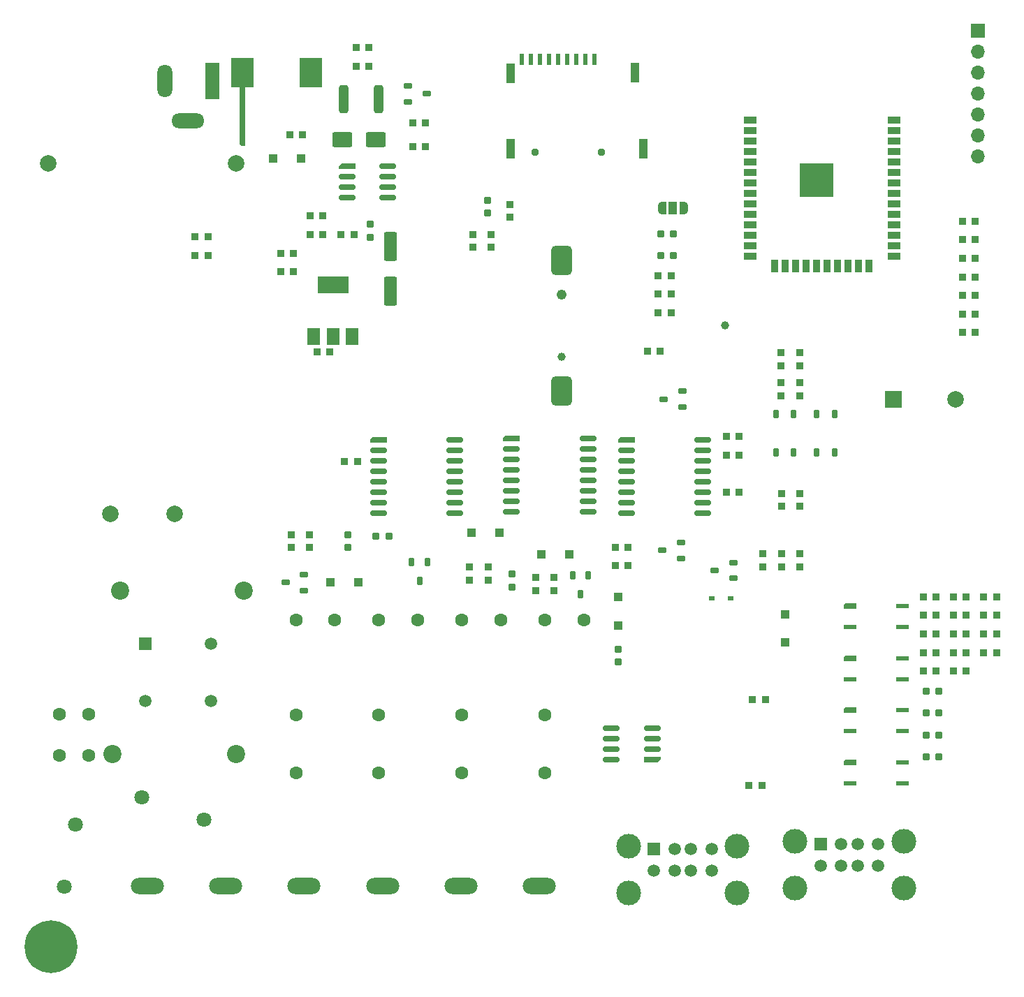
<source format=gbr>
%TF.GenerationSoftware,KiCad,Pcbnew,9.0.2*%
%TF.CreationDate,2025-09-14T14:50:59+07:00*%
%TF.ProjectId,train1,74726169-6e31-42e6-9b69-6361645f7063,rev?*%
%TF.SameCoordinates,Original*%
%TF.FileFunction,Soldermask,Top*%
%TF.FilePolarity,Negative*%
%FSLAX46Y46*%
G04 Gerber Fmt 4.6, Leading zero omitted, Abs format (unit mm)*
G04 Created by KiCad (PCBNEW 9.0.2) date 2025-09-14 14:50:59*
%MOMM*%
%LPD*%
G01*
G04 APERTURE LIST*
G04 Aperture macros list*
%AMRoundRect*
0 Rectangle with rounded corners*
0 $1 Rounding radius*
0 $2 $3 $4 $5 $6 $7 $8 $9 X,Y pos of 4 corners*
0 Add a 4 corners polygon primitive as box body*
4,1,4,$2,$3,$4,$5,$6,$7,$8,$9,$2,$3,0*
0 Add four circle primitives for the rounded corners*
1,1,$1+$1,$2,$3*
1,1,$1+$1,$4,$5*
1,1,$1+$1,$6,$7*
1,1,$1+$1,$8,$9*
0 Add four rect primitives between the rounded corners*
20,1,$1+$1,$2,$3,$4,$5,0*
20,1,$1+$1,$4,$5,$6,$7,0*
20,1,$1+$1,$6,$7,$8,$9,0*
20,1,$1+$1,$8,$9,$2,$3,0*%
%AMOutline4P*
0 Free polygon, 4 corners , with rotation*
0 The origin of the aperture is its center*
0 number of corners: always 4*
0 $1 to $8 corner X, Y*
0 $9 Rotation angle, in degrees counterclockwise*
0 create outline with 4 corners*
4,1,4,$1,$2,$3,$4,$5,$6,$7,$8,$1,$2,$9*%
%AMOutline5P*
0 Free polygon, 5 corners , with rotation*
0 The origin of the aperture is its center*
0 number of corners: always 5*
0 $1 to $10 corner X, Y*
0 $11 Rotation angle, in degrees counterclockwise*
0 create outline with 5 corners*
4,1,5,$1,$2,$3,$4,$5,$6,$7,$8,$9,$10,$1,$2,$11*%
%AMOutline6P*
0 Free polygon, 6 corners , with rotation*
0 The origin of the aperture is its center*
0 number of corners: always 6*
0 $1 to $12 corner X, Y*
0 $13 Rotation angle, in degrees counterclockwise*
0 create outline with 6 corners*
4,1,6,$1,$2,$3,$4,$5,$6,$7,$8,$9,$10,$11,$12,$1,$2,$13*%
%AMOutline7P*
0 Free polygon, 7 corners , with rotation*
0 The origin of the aperture is its center*
0 number of corners: always 7*
0 $1 to $14 corner X, Y*
0 $15 Rotation angle, in degrees counterclockwise*
0 create outline with 7 corners*
4,1,7,$1,$2,$3,$4,$5,$6,$7,$8,$9,$10,$11,$12,$13,$14,$1,$2,$15*%
%AMOutline8P*
0 Free polygon, 8 corners , with rotation*
0 The origin of the aperture is its center*
0 number of corners: always 8*
0 $1 to $16 corner X, Y*
0 $17 Rotation angle, in degrees counterclockwise*
0 create outline with 8 corners*
4,1,8,$1,$2,$3,$4,$5,$6,$7,$8,$9,$10,$11,$12,$13,$14,$15,$16,$1,$2,$17*%
%AMFreePoly0*
4,1,23,0.550000,-0.750000,0.000000,-0.750000,0.000000,-0.745722,-0.065263,-0.745722,-0.191342,-0.711940,-0.304381,-0.646677,-0.396677,-0.554381,-0.461940,-0.441342,-0.495722,-0.315263,-0.495722,-0.250000,-0.500000,-0.250000,-0.500000,0.250000,-0.495722,0.250000,-0.495722,0.315263,-0.461940,0.441342,-0.396677,0.554381,-0.304381,0.646677,-0.191342,0.711940,-0.065263,0.745722,0.000000,0.745722,
0.000000,0.750000,0.550000,0.750000,0.550000,-0.750000,0.550000,-0.750000,$1*%
%AMFreePoly1*
4,1,23,0.000000,0.745722,0.065263,0.745722,0.191342,0.711940,0.304381,0.646677,0.396677,0.554381,0.461940,0.441342,0.495722,0.315263,0.495722,0.250000,0.500000,0.250000,0.500000,-0.250000,0.495722,-0.250000,0.495722,-0.315263,0.461940,-0.441342,0.396677,-0.554381,0.304381,-0.646677,0.191342,-0.711940,0.065263,-0.745722,0.000000,-0.745722,0.000000,-0.750000,-0.550000,-0.750000,
-0.550000,0.750000,0.000000,0.750000,0.000000,0.745722,0.000000,0.745722,$1*%
G04 Aperture macros list end*
%ADD10R,2.000000X2.000000*%
%ADD11C,2.000000*%
%ADD12O,1.700000X1.700000*%
%ADD13R,1.700000X1.700000*%
%ADD14R,2.700000X3.600000*%
%ADD15RoundRect,0.275000X0.275000X0.275000X-0.275000X0.275000X-0.275000X-0.275000X0.275000X-0.275000X0*%
%ADD16RoundRect,0.180000X1.020000X0.720000X-1.020000X0.720000X-1.020000X-0.720000X1.020000X-0.720000X0*%
%ADD17RoundRect,0.085000X0.340000X0.365000X-0.340000X0.365000X-0.340000X-0.365000X0.340000X-0.365000X0*%
%ADD18RoundRect,0.085000X-0.340000X-0.365000X0.340000X-0.365000X0.340000X0.365000X-0.340000X0.365000X0*%
%ADD19RoundRect,0.250000X0.312500X1.450000X-0.312500X1.450000X-0.312500X-1.450000X0.312500X-1.450000X0*%
%ADD20RoundRect,0.127500X0.322500X-0.297500X0.322500X0.297500X-0.322500X0.297500X-0.322500X-0.297500X0*%
%ADD21RoundRect,0.150000X-0.825000X-0.150000X0.825000X-0.150000X0.825000X0.150000X-0.825000X0.150000X0*%
%ADD22Outline5P,-0.975000X0.000000X-0.675000X0.300000X0.975000X0.300000X0.975000X-0.300000X-0.975000X-0.300000X0.000000*%
%ADD23RoundRect,0.127500X-0.297500X-0.322500X0.297500X-0.322500X0.297500X0.322500X-0.297500X0.322500X0*%
%ADD24Outline5P,-0.750000X0.120000X-0.570000X0.300000X0.750000X0.300000X0.750000X-0.300000X-0.750000X-0.300000X0.000000*%
%ADD25R,1.500000X0.600000*%
%ADD26RoundRect,0.085000X0.365000X-0.340000X0.365000X0.340000X-0.365000X0.340000X-0.365000X-0.340000X0*%
%ADD27C,1.607998*%
%ADD28C,1.600000*%
%ADD29R,1.500000X1.500000*%
%ADD30C,1.500000*%
%ADD31C,3.000000*%
%ADD32RoundRect,0.085000X-0.365000X0.340000X-0.365000X-0.340000X0.365000X-0.340000X0.365000X0.340000X0*%
%ADD33Outline4P,-0.750000X-0.750000X0.750000X-0.750000X0.750000X0.750000X-0.750000X0.750000X0.000000*%
%ADD34RoundRect,0.090000X-0.410000X-0.210000X0.410000X-0.210000X0.410000X0.210000X-0.410000X0.210000X0*%
%ADD35Outline5P,-1.025000X0.000000X-0.725000X0.300000X1.025000X0.300000X1.025000X-0.300000X-1.025000X-0.300000X0.000000*%
%ADD36RoundRect,0.150000X-0.875000X-0.150000X0.875000X-0.150000X0.875000X0.150000X-0.875000X0.150000X0*%
%ADD37C,2.200000*%
%ADD38RoundRect,0.275000X0.275000X-0.275000X0.275000X0.275000X-0.275000X0.275000X-0.275000X-0.275000X0*%
%ADD39RoundRect,0.162500X-0.162500X0.362500X-0.162500X-0.362500X0.162500X-0.362500X0.162500X0.362500X0*%
%ADD40RoundRect,0.090000X-0.210000X0.410000X-0.210000X-0.410000X0.210000X-0.410000X0.210000X0.410000X0*%
%ADD41C,1.800000*%
%ADD42C,1.000000*%
%ADD43C,1.244600*%
%ADD44RoundRect,0.647700X0.647700X-1.155700X0.647700X1.155700X-0.647700X1.155700X-0.647700X-1.155700X0*%
%ADD45R,1.500000X0.900000*%
%ADD46R,0.900000X1.500000*%
%ADD47C,0.600000*%
%ADD48R,4.100000X4.100000*%
%ADD49R,0.800000X0.600000*%
%ADD50FreePoly0,0.000000*%
%ADD51R,1.000000X1.500000*%
%ADD52FreePoly1,0.000000*%
%ADD53RoundRect,0.090000X0.410000X0.210000X-0.410000X0.210000X-0.410000X-0.210000X0.410000X-0.210000X0*%
%ADD54C,0.950000*%
%ADD55R,0.620000X1.400000*%
%ADD56R,1.100000X2.400000*%
%ADD57R,1.800000X4.400000*%
%ADD58O,1.800000X4.000000*%
%ADD59O,4.000000X1.800000*%
%ADD60RoundRect,0.250000X0.550000X-1.500000X0.550000X1.500000X-0.550000X1.500000X-0.550000X-1.500000X0*%
%ADD61R,1.500000X2.000000*%
%ADD62R,3.800000X2.000000*%
%ADD63Outline5P,-0.975000X0.000000X-0.675000X0.300000X0.975000X0.300000X0.975000X-0.300000X-0.975000X-0.300000X180.000000*%
%ADD64RoundRect,0.150000X0.825000X0.150000X-0.825000X0.150000X-0.825000X-0.150000X0.825000X-0.150000X0*%
%ADD65O,4.000000X2.000000*%
%ADD66C,0.800000*%
%ADD67C,6.400000*%
%ADD68RoundRect,0.127500X0.297500X0.322500X-0.297500X0.322500X-0.297500X-0.322500X0.297500X-0.322500X0*%
G04 APERTURE END LIST*
D10*
%TO.C,BZ1*%
X249100000Y-74600000D03*
D11*
X256700000Y-74600000D03*
%TD*%
D12*
%TO.C,J5*%
X259400000Y-45140000D03*
X259400000Y-42600000D03*
X259400000Y-40060000D03*
X259400000Y-37520000D03*
X259400000Y-34980000D03*
X259400000Y-32440000D03*
D13*
X259400000Y-29900000D03*
%TD*%
D14*
%TO.C,L1*%
X170250000Y-35000000D03*
X178550000Y-35000000D03*
%TD*%
D15*
%TO.C,Z2*%
X177325000Y-45400000D03*
X173925000Y-45400000D03*
%TD*%
D16*
%TO.C,D2*%
X186400000Y-43100000D03*
X182350000Y-43100000D03*
%TD*%
D17*
%TO.C,C10*%
X175950000Y-42480000D03*
X177500000Y-42480000D03*
%TD*%
D18*
%TO.C,C14*%
X176435000Y-56900000D03*
X174885000Y-56900000D03*
%TD*%
D19*
%TO.C,F2*%
X182467500Y-38160000D03*
X186742500Y-38160000D03*
%TD*%
D18*
%TO.C,C17*%
X179975000Y-54600000D03*
X178425000Y-54600000D03*
%TD*%
%TO.C,R6*%
X183735000Y-54650000D03*
X182185000Y-54650000D03*
%TD*%
D20*
%TO.C,LE4*%
X185700000Y-54925000D03*
X185700000Y-53375000D03*
%TD*%
D18*
%TO.C,C16*%
X179975000Y-52350000D03*
X178425000Y-52350000D03*
%TD*%
%TO.C,C15*%
X176435000Y-59150000D03*
X174885000Y-59150000D03*
%TD*%
D17*
%TO.C,C8*%
X184025000Y-34200000D03*
X185575000Y-34200000D03*
%TD*%
D21*
%TO.C,U1*%
X187850000Y-46320000D03*
X187850000Y-47590000D03*
X187850000Y-48860000D03*
X187850000Y-50130000D03*
X182900000Y-50130000D03*
X182900000Y-48860000D03*
X182900000Y-47590000D03*
D22*
X182900000Y-46320000D03*
%TD*%
D18*
%TO.C,R17*%
X257975000Y-100805000D03*
X256425000Y-100805000D03*
%TD*%
%TO.C,C25*%
X254325000Y-103055000D03*
X252775000Y-103055000D03*
%TD*%
D23*
%TO.C,LE12*%
X253075000Y-117955000D03*
X254625000Y-117955000D03*
%TD*%
D24*
%TO.C,U9*%
X243850000Y-118635000D03*
D25*
X243850000Y-121175000D03*
X250200000Y-121175000D03*
X250200000Y-118635000D03*
%TD*%
D23*
%TO.C,LE2*%
X253075000Y-110005000D03*
X254625000Y-110005000D03*
%TD*%
D18*
%TO.C,C13*%
X254325000Y-100805000D03*
X252775000Y-100805000D03*
%TD*%
D23*
%TO.C,LE9*%
X253075000Y-115305000D03*
X254625000Y-115305000D03*
%TD*%
D25*
%TO.C,U8*%
X250200000Y-112310000D03*
X250200000Y-114850000D03*
X243850000Y-114850000D03*
D24*
X243850000Y-112310000D03*
%TD*%
D18*
%TO.C,R4*%
X254325000Y-107555000D03*
X252775000Y-107555000D03*
%TD*%
%TO.C,R3*%
X254325000Y-105305000D03*
X252775000Y-105305000D03*
%TD*%
D25*
%TO.C,U5*%
X250200000Y-99660000D03*
X250200000Y-102200000D03*
X243850000Y-102200000D03*
D24*
X243850000Y-99660000D03*
%TD*%
D18*
%TO.C,R20*%
X257975000Y-107555000D03*
X256425000Y-107555000D03*
%TD*%
%TO.C,R19*%
X257975000Y-105305000D03*
X256425000Y-105305000D03*
%TD*%
D25*
%TO.C,U6*%
X250200000Y-105985000D03*
X250200000Y-108525000D03*
X243850000Y-108525000D03*
D24*
X243850000Y-105985000D03*
%TD*%
D18*
%TO.C,R18*%
X257975000Y-103055000D03*
X256425000Y-103055000D03*
%TD*%
D23*
%TO.C,LE3*%
X253075000Y-112655000D03*
X254625000Y-112655000D03*
%TD*%
D26*
%TO.C,R1*%
X202650000Y-52525000D03*
X202650000Y-50975000D03*
%TD*%
%TO.C,R9*%
X197737500Y-96512499D03*
X197737500Y-94962499D03*
%TD*%
D18*
%TO.C,R36*%
X219325000Y-68800000D03*
X220875000Y-68800000D03*
%TD*%
D23*
%TO.C,LE14*%
X222490000Y-57150000D03*
X220940000Y-57150000D03*
%TD*%
D27*
%TO.C,RL3*%
X186766665Y-101400000D03*
X186766665Y-112900000D03*
X186766665Y-119899998D03*
X191466666Y-101400000D03*
%TD*%
D18*
%TO.C,C12*%
X252775000Y-98555000D03*
X254325000Y-98555000D03*
%TD*%
D28*
%TO.C,C2*%
X148050000Y-117800000D03*
X148050000Y-112800000D03*
%TD*%
D11*
%TO.C,PS1*%
X154200000Y-88450000D03*
X162000000Y-88450000D03*
X146700000Y-45950000D03*
X169500000Y-45950000D03*
%TD*%
D18*
%TO.C,R38*%
X164500000Y-57150000D03*
X166050000Y-57150000D03*
%TD*%
D20*
%TO.C,LE8*%
X202900000Y-95812500D03*
X202900000Y-97362500D03*
%TD*%
D18*
%TO.C,R32*%
X257510000Y-64250000D03*
X259060000Y-64250000D03*
%TD*%
%TO.C,R23*%
X231625000Y-121400000D03*
X233175000Y-121400000D03*
%TD*%
D29*
%TO.C,J2*%
X220100000Y-129120000D03*
D30*
X222600000Y-129120000D03*
X224600000Y-129120000D03*
X227100000Y-129120000D03*
X220100000Y-131740000D03*
X222600000Y-131740000D03*
X224600000Y-131740000D03*
X227100000Y-131740000D03*
D31*
X217030000Y-128770000D03*
X217030000Y-134450000D03*
X230170000Y-128770000D03*
X230170000Y-134450000D03*
%TD*%
D15*
%TO.C,D7*%
X180907500Y-96764999D03*
X184307500Y-96764999D03*
%TD*%
D32*
%TO.C,R14*%
X176119999Y-91040000D03*
X176119999Y-92590000D03*
%TD*%
D26*
%TO.C,C6*%
X198150000Y-56175000D03*
X198150000Y-54625000D03*
%TD*%
D17*
%TO.C,C11*%
X192390000Y-41100000D03*
X190840000Y-41100000D03*
%TD*%
D26*
%TO.C,R22*%
X237800000Y-87600000D03*
X237800000Y-86050000D03*
%TD*%
D33*
%TO.C,FL1*%
X158450000Y-104200000D03*
D30*
X158450000Y-111200000D03*
X166450000Y-104200000D03*
X166450000Y-111200000D03*
%TD*%
D18*
%TO.C,R11*%
X215415000Y-92530000D03*
X216965000Y-92530000D03*
%TD*%
D32*
%TO.C,C28*%
X235500000Y-68950000D03*
X235500000Y-70500000D03*
%TD*%
D34*
%TO.C,Q6*%
X190277500Y-36600000D03*
X190277500Y-38500000D03*
X192552500Y-37550000D03*
%TD*%
D35*
%TO.C,IC2*%
X202800000Y-79310000D03*
D36*
X202800000Y-80580000D03*
X202800000Y-81850000D03*
X202800000Y-83120000D03*
X202800000Y-84390000D03*
X202800000Y-85660000D03*
X202800000Y-86930000D03*
X202800000Y-88200000D03*
X212100000Y-88200000D03*
X212100000Y-86930000D03*
X212100000Y-85660000D03*
X212100000Y-84390000D03*
X212100000Y-83120000D03*
X212100000Y-81850000D03*
X212100000Y-80580000D03*
X212100000Y-79310000D03*
%TD*%
D26*
%TO.C,C7*%
X200400000Y-56175000D03*
X200400000Y-54625000D03*
%TD*%
D27*
%TO.C,RL1*%
X196833331Y-101400000D03*
X196833331Y-112900000D03*
X196833331Y-119899998D03*
X201533332Y-101400000D03*
%TD*%
D37*
%TO.C,C1*%
X154490000Y-117590000D03*
X169490000Y-117590000D03*
%TD*%
D18*
%TO.C,C26*%
X257510000Y-53000000D03*
X259060000Y-53000000D03*
%TD*%
D38*
%TO.C,D6*%
X215800000Y-98600000D03*
X215800000Y-102000000D03*
%TD*%
D26*
%TO.C,C22*%
X233300000Y-94900000D03*
X233300000Y-93350000D03*
%TD*%
D39*
%TO.C,SW2*%
X237050000Y-76350000D03*
X237050000Y-81000000D03*
X234900000Y-76350000D03*
X234900000Y-81000000D03*
%TD*%
D40*
%TO.C,Q5*%
X212150000Y-95950000D03*
X210250000Y-95950000D03*
X211200000Y-98225000D03*
%TD*%
D18*
%TO.C,C31*%
X257510000Y-57500000D03*
X259060000Y-57500000D03*
%TD*%
D17*
%TO.C,R2*%
X185575000Y-31950000D03*
X184025000Y-31950000D03*
%TD*%
D18*
%TO.C,R7*%
X232050000Y-111000000D03*
X233600000Y-111000000D03*
%TD*%
D37*
%TO.C,C3*%
X155390000Y-97810000D03*
X170390000Y-97810000D03*
%TD*%
D18*
%TO.C,C29*%
X257510000Y-55250000D03*
X259060000Y-55250000D03*
%TD*%
D32*
%TO.C,R35*%
X235500000Y-72600000D03*
X235500000Y-74150000D03*
%TD*%
D26*
%TO.C,R10*%
X199987500Y-96512499D03*
X199987500Y-94962499D03*
%TD*%
D27*
%TO.C,RL4*%
X176699999Y-101400000D03*
X176699999Y-112900000D03*
X176699999Y-119899998D03*
X181400000Y-101400000D03*
%TD*%
D18*
%TO.C,R29*%
X260075000Y-105305000D03*
X261625000Y-105305000D03*
%TD*%
D41*
%TO.C,RV1*%
X158050000Y-122850000D03*
X165550000Y-125550000D03*
%TD*%
D42*
%TO.C,BT1*%
X208899998Y-69421500D03*
D43*
X208899998Y-61928500D03*
D44*
X208899998Y-57775600D03*
X208899998Y-73574400D03*
%TD*%
D18*
%TO.C,R37*%
X164500000Y-54900000D03*
X166050000Y-54900000D03*
%TD*%
D45*
%TO.C,U10*%
X231750000Y-40715000D03*
X231750000Y-41985000D03*
X231750000Y-43255000D03*
X231750000Y-44525000D03*
X231750000Y-45795000D03*
X231750000Y-47065000D03*
X231750000Y-48335000D03*
X231750000Y-49605000D03*
X231750000Y-50875000D03*
X231750000Y-52145000D03*
X231750000Y-53415000D03*
X231750000Y-54685000D03*
X231750000Y-55955000D03*
X231750000Y-57225000D03*
D46*
X234780000Y-58475000D03*
X236050000Y-58475000D03*
X237320000Y-58475000D03*
X238590000Y-58475000D03*
X239860000Y-58475000D03*
X241130000Y-58475000D03*
X242400000Y-58475000D03*
X243670000Y-58475000D03*
X244940000Y-58475000D03*
X246210000Y-58475000D03*
D45*
X249250000Y-57225000D03*
X249250000Y-55955000D03*
X249250000Y-54685000D03*
X249250000Y-53415000D03*
X249250000Y-52145000D03*
X249250000Y-50875000D03*
X249250000Y-49605000D03*
X249250000Y-48335000D03*
X249250000Y-47065000D03*
X249250000Y-45795000D03*
X249250000Y-44525000D03*
X249250000Y-43255000D03*
X249250000Y-41985000D03*
X249250000Y-40715000D03*
D47*
X238250000Y-46475000D03*
X238250000Y-47475000D03*
X238250000Y-48475000D03*
X238250000Y-49475000D03*
X239250000Y-46475000D03*
X239250000Y-47475000D03*
X239250000Y-48475000D03*
X239250000Y-49475000D03*
D48*
X239820000Y-48055000D03*
D47*
X240250000Y-46475000D03*
X240250000Y-47475000D03*
X240250000Y-48475000D03*
X240250000Y-49475000D03*
X241250000Y-46475000D03*
X241250000Y-47475000D03*
X241250000Y-48475000D03*
X241250000Y-49475000D03*
%TD*%
D15*
%TO.C,D5*%
X197987500Y-90737499D03*
X201387500Y-90737499D03*
%TD*%
D49*
%TO.C,D3*%
X229440400Y-98745000D03*
X227160400Y-98745000D03*
%TD*%
D50*
%TO.C,JP2*%
X221115000Y-51400000D03*
D51*
X222415000Y-51400000D03*
D52*
X223715000Y-51400000D03*
%TD*%
D18*
%TO.C,R33*%
X257510000Y-66500000D03*
X259060000Y-66500000D03*
%TD*%
D26*
%TO.C,R15*%
X205750000Y-97775000D03*
X205750000Y-96225000D03*
%TD*%
D53*
%TO.C,D4*%
X223529000Y-75524558D03*
X223529000Y-73624558D03*
X221254000Y-74574558D03*
%TD*%
D54*
%TO.C,J6*%
X205725000Y-44625000D03*
X213725000Y-44625000D03*
D55*
X212905000Y-33400000D03*
X211805000Y-33400000D03*
X210705000Y-33400000D03*
X209605000Y-33400000D03*
X208505000Y-33400000D03*
X207405000Y-33400000D03*
X206305000Y-33400000D03*
X205205000Y-33400000D03*
X204105000Y-33400000D03*
D56*
X202725000Y-35025000D03*
X202725000Y-44205000D03*
X217825000Y-34950000D03*
X218800000Y-44200000D03*
%TD*%
D38*
%TO.C,Z1*%
X235985000Y-100670000D03*
X235985000Y-104070000D03*
%TD*%
D18*
%TO.C,C33*%
X220640000Y-64100000D03*
X222190000Y-64100000D03*
%TD*%
D26*
%TO.C,C23*%
X235550000Y-94900000D03*
X235550000Y-93350000D03*
%TD*%
D18*
%TO.C,R8*%
X228905000Y-85837893D03*
X230455000Y-85837893D03*
%TD*%
D57*
%TO.C,J1*%
X166600000Y-36000000D03*
D58*
X160800000Y-36000000D03*
D59*
X163600000Y-40800000D03*
%TD*%
D20*
%TO.C,LE6*%
X215815000Y-104930000D03*
X215815000Y-106480000D03*
%TD*%
D27*
%TO.C,RL2*%
X206899999Y-101400000D03*
X206899999Y-112900000D03*
X206899999Y-119899998D03*
X211600000Y-101400000D03*
%TD*%
D20*
%TO.C,LE7*%
X182969999Y-91040000D03*
X182969999Y-92590000D03*
%TD*%
D26*
%TO.C,C24*%
X237800000Y-94900000D03*
X237800000Y-93350000D03*
%TD*%
D60*
%TO.C,C5*%
X188200000Y-61500000D03*
X188200000Y-56100000D03*
%TD*%
D61*
%TO.C,U2*%
X178900000Y-67000000D03*
X181200000Y-67000000D03*
D62*
X181200000Y-60700000D03*
D61*
X183500000Y-67000000D03*
%TD*%
D18*
%TO.C,C19*%
X228905000Y-81337893D03*
X230455000Y-81337893D03*
%TD*%
D32*
%TO.C,R34*%
X237750000Y-72600000D03*
X237750000Y-74150000D03*
%TD*%
D26*
%TO.C,R16*%
X208000000Y-97775000D03*
X208000000Y-96225000D03*
%TD*%
D15*
%TO.C,D8*%
X206470000Y-93440000D03*
X209870000Y-93440000D03*
%TD*%
D18*
%TO.C,C30*%
X220640000Y-59600000D03*
X222190000Y-59600000D03*
%TD*%
D26*
%TO.C,R21*%
X235550000Y-87600000D03*
X235550000Y-86050000D03*
%TD*%
D18*
%TO.C,R30*%
X257510000Y-59750000D03*
X259060000Y-59750000D03*
%TD*%
%TO.C,C18*%
X228905000Y-79087893D03*
X230455000Y-79087893D03*
%TD*%
D41*
%TO.C,F1*%
X148600000Y-133700000D03*
X150000000Y-126200000D03*
%TD*%
D18*
%TO.C,R5*%
X256425000Y-98555000D03*
X257975000Y-98555000D03*
%TD*%
D23*
%TO.C,LE13*%
X222490000Y-54500000D03*
X220940000Y-54500000D03*
%TD*%
D29*
%TO.C,J4*%
X240300000Y-128520000D03*
D30*
X242800000Y-128520000D03*
X244800000Y-128520000D03*
X247300000Y-128520000D03*
X240300000Y-131140000D03*
X242800000Y-131140000D03*
X244800000Y-131140000D03*
X247300000Y-131140000D03*
D31*
X237230000Y-128170000D03*
X237230000Y-133850000D03*
X250370000Y-128170000D03*
X250370000Y-133850000D03*
%TD*%
D18*
%TO.C,R26*%
X260075000Y-98555000D03*
X261625000Y-98555000D03*
%TD*%
D40*
%TO.C,Q2*%
X192637500Y-94349999D03*
X190737500Y-94349999D03*
X191687500Y-96624999D03*
%TD*%
D42*
%TO.C,TP1*%
X228765000Y-65670000D03*
%TD*%
D18*
%TO.C,R27*%
X260075000Y-100805000D03*
X261625000Y-100805000D03*
%TD*%
D63*
%TO.C,U4*%
X219900000Y-118280000D03*
D64*
X219900000Y-117010000D03*
X219900000Y-115740000D03*
X219900000Y-114470000D03*
X214950000Y-114470000D03*
X214950000Y-115740000D03*
X214950000Y-117010000D03*
X214950000Y-118280000D03*
%TD*%
D53*
%TO.C,Q3*%
X223352500Y-93880000D03*
X223352500Y-91980000D03*
X221077500Y-92930000D03*
%TD*%
D32*
%TO.C,C27*%
X237750000Y-68950000D03*
X237750000Y-70500000D03*
%TD*%
D18*
%TO.C,C21*%
X182605000Y-82156393D03*
X184155000Y-82156393D03*
%TD*%
D35*
%TO.C,IC1*%
X216750000Y-79501500D03*
D36*
X216750000Y-80771500D03*
X216750000Y-82041500D03*
X216750000Y-83311500D03*
X216750000Y-84581500D03*
X216750000Y-85851500D03*
X216750000Y-87121500D03*
X216750000Y-88391500D03*
X226050000Y-88391500D03*
X226050000Y-87121500D03*
X226050000Y-85851500D03*
X226050000Y-84581500D03*
X226050000Y-83311500D03*
X226050000Y-82041500D03*
X226050000Y-80771500D03*
X226050000Y-79501500D03*
%TD*%
D32*
%TO.C,R13*%
X178369999Y-91040000D03*
X178369999Y-92590000D03*
%TD*%
D53*
%TO.C,Q1*%
X229752500Y-96320000D03*
X229752500Y-94420000D03*
X227477500Y-95370000D03*
%TD*%
D17*
%TO.C,C9*%
X192390000Y-43950000D03*
X190840000Y-43950000D03*
%TD*%
D18*
%TO.C,C20*%
X179240000Y-68856393D03*
X180790000Y-68856393D03*
%TD*%
D65*
%TO.C,J3*%
X158700000Y-133600000D03*
X168200000Y-133600000D03*
X177700000Y-133600000D03*
X187200000Y-133600000D03*
X196700000Y-133600000D03*
X206200000Y-133600000D03*
%TD*%
D18*
%TO.C,C32*%
X220640000Y-61850000D03*
X222190000Y-61850000D03*
%TD*%
%TO.C,R28*%
X260075000Y-103055000D03*
X261625000Y-103055000D03*
%TD*%
D39*
%TO.C,SW1*%
X242000000Y-76350000D03*
X242000000Y-81000000D03*
X239850000Y-76350000D03*
X239850000Y-81000000D03*
%TD*%
D66*
%TO.C,H1*%
X144600000Y-141000000D03*
X145302944Y-139302944D03*
X145302944Y-142697056D03*
X147000000Y-138600000D03*
D67*
X147000000Y-141000000D03*
D66*
X147000000Y-143400000D03*
X148697056Y-139302944D03*
X148697056Y-142697056D03*
X149400000Y-141000000D03*
%TD*%
D53*
%TO.C,Q4*%
X177707500Y-97764999D03*
X177707500Y-95864999D03*
X175432500Y-96814999D03*
%TD*%
D18*
%TO.C,R12*%
X215415000Y-94780000D03*
X216965000Y-94780000D03*
%TD*%
D35*
%TO.C,U3*%
X186700000Y-79520000D03*
D36*
X186700000Y-80790000D03*
X186700000Y-82060000D03*
X186700000Y-83330000D03*
X186700000Y-84600000D03*
X186700000Y-85870000D03*
X186700000Y-87140000D03*
X186700000Y-88410000D03*
X196000000Y-88410000D03*
X196000000Y-87140000D03*
X196000000Y-85870000D03*
X196000000Y-84600000D03*
X196000000Y-83330000D03*
X196000000Y-82060000D03*
X196000000Y-80790000D03*
X196000000Y-79520000D03*
%TD*%
D20*
%TO.C,LE1*%
X199950000Y-50460000D03*
X199950000Y-52010000D03*
%TD*%
D28*
%TO.C,C4*%
X151600000Y-117800000D03*
X151600000Y-112800000D03*
%TD*%
D68*
%TO.C,LE5*%
X186412500Y-91177499D03*
X187962500Y-91177499D03*
%TD*%
D18*
%TO.C,R31*%
X257510000Y-62000000D03*
X259060000Y-62000000D03*
%TD*%
G36*
X170105203Y-35805649D02*
G01*
X170111681Y-35811681D01*
X170563681Y-36263681D01*
X170597166Y-36325004D01*
X170600000Y-36351362D01*
X170600000Y-43776000D01*
X170580315Y-43843039D01*
X170527511Y-43888794D01*
X170476000Y-43900000D01*
X170151362Y-43900000D01*
X170084323Y-43880315D01*
X170063681Y-43863681D01*
X169936319Y-43736319D01*
X169902834Y-43674996D01*
X169900000Y-43648638D01*
X169900000Y-35899362D01*
X169919685Y-35832323D01*
X169972489Y-35786568D01*
X170041647Y-35776624D01*
X170105203Y-35805649D01*
G37*
M02*

</source>
